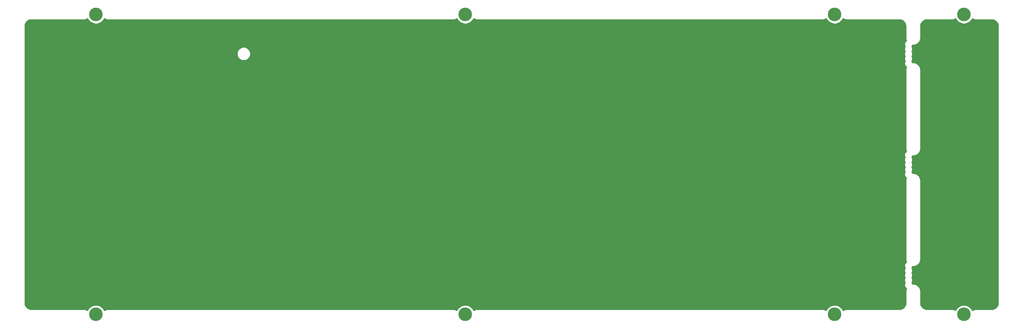
<source format=gbr>
G04 #@! TF.GenerationSoftware,KiCad,Pcbnew,(5.1.10-1-10_14)*
G04 #@! TF.CreationDate,2021-08-22T11:17:11-05:00*
G04 #@! TF.ProjectId,ori_bottom_plate,6f72695f-626f-4747-946f-6d5f706c6174,rev?*
G04 #@! TF.SameCoordinates,Original*
G04 #@! TF.FileFunction,Copper,L2,Bot*
G04 #@! TF.FilePolarity,Positive*
%FSLAX46Y46*%
G04 Gerber Fmt 4.6, Leading zero omitted, Abs format (unit mm)*
G04 Created by KiCad (PCBNEW (5.1.10-1-10_14)) date 2021-08-22 11:17:11*
%MOMM*%
%LPD*%
G01*
G04 APERTURE LIST*
G04 #@! TA.AperFunction,ComponentPad*
%ADD10C,3.500000*%
G04 #@! TD*
G04 #@! TA.AperFunction,ViaPad*
%ADD11C,0.500000*%
G04 #@! TD*
G04 #@! TA.AperFunction,Conductor*
%ADD12C,0.254000*%
G04 #@! TD*
G04 #@! TA.AperFunction,Conductor*
%ADD13C,0.100000*%
G04 #@! TD*
G04 APERTURE END LIST*
D10*
X356023442Y-117264265D03*
X356023442Y-39873575D03*
X260773394Y-117264265D03*
X260773394Y-39873575D03*
X165523314Y-117264265D03*
X165523314Y-39873575D03*
X389360818Y-39873640D03*
X389360818Y-117264200D03*
D11*
X373287865Y-49398485D03*
X385194165Y-59518840D03*
D12*
X358221827Y-40919636D02*
X358275414Y-40955238D01*
X358328523Y-40991603D01*
X358337243Y-40996318D01*
X358439829Y-41050863D01*
X358499292Y-41075371D01*
X358558469Y-41100735D01*
X358567939Y-41103666D01*
X358679165Y-41137247D01*
X358742259Y-41149740D01*
X358805232Y-41163125D01*
X358815091Y-41164161D01*
X358930721Y-41175499D01*
X358930723Y-41175499D01*
X358965137Y-41178888D01*
X372657826Y-41178760D01*
X373016501Y-41213928D01*
X373328121Y-41308012D01*
X373615528Y-41460828D01*
X373867775Y-41666557D01*
X374075264Y-41917367D01*
X374230084Y-42203701D01*
X374326340Y-42514654D01*
X374363810Y-42871153D01*
X374363811Y-45861472D01*
X374367314Y-45897040D01*
X374367314Y-45912503D01*
X374368351Y-45922362D01*
X374394253Y-46153284D01*
X374407625Y-46216196D01*
X374420131Y-46279355D01*
X374423063Y-46288824D01*
X374493325Y-46510317D01*
X374518666Y-46569441D01*
X374529513Y-46595759D01*
X374388676Y-46689863D01*
X374244513Y-46834026D01*
X374131245Y-47003544D01*
X374053224Y-47191902D01*
X374013450Y-47391861D01*
X374013450Y-47595739D01*
X374053224Y-47795698D01*
X374131245Y-47984056D01*
X374221278Y-48118800D01*
X374131245Y-48253544D01*
X374053224Y-48441902D01*
X374013450Y-48641861D01*
X374013450Y-48845739D01*
X374053224Y-49045698D01*
X374131245Y-49234056D01*
X374221278Y-49368800D01*
X374131245Y-49503544D01*
X374053224Y-49691902D01*
X374013450Y-49891861D01*
X374013450Y-50095739D01*
X374053224Y-50295698D01*
X374131245Y-50484056D01*
X374221278Y-50618800D01*
X374131245Y-50753544D01*
X374053224Y-50941902D01*
X374013450Y-51141861D01*
X374013450Y-51345739D01*
X374053224Y-51545698D01*
X374131245Y-51734056D01*
X374221278Y-51868800D01*
X374131245Y-52003544D01*
X374053224Y-52191902D01*
X374013450Y-52391861D01*
X374013450Y-52595739D01*
X374053224Y-52795698D01*
X374131245Y-52984056D01*
X374244513Y-53153574D01*
X374388676Y-53297737D01*
X374529415Y-53391775D01*
X374512234Y-53433458D01*
X374486883Y-53492607D01*
X374483952Y-53502077D01*
X374416789Y-53724530D01*
X374404300Y-53787605D01*
X374390909Y-53850602D01*
X374389873Y-53860461D01*
X374367198Y-54091722D01*
X374367198Y-54091729D01*
X374363810Y-54126129D01*
X374363811Y-74436592D01*
X374367314Y-74472160D01*
X374367314Y-74487623D01*
X374368351Y-74497482D01*
X374394253Y-74728404D01*
X374407625Y-74791316D01*
X374420131Y-74854475D01*
X374423063Y-74863944D01*
X374493325Y-75085437D01*
X374518666Y-75144561D01*
X374533605Y-75180805D01*
X374388676Y-75277643D01*
X374244513Y-75421806D01*
X374131245Y-75591324D01*
X374053224Y-75779682D01*
X374013450Y-75979641D01*
X374013450Y-76183519D01*
X374053224Y-76383478D01*
X374131245Y-76571836D01*
X374221278Y-76706580D01*
X374131245Y-76841324D01*
X374053224Y-77029682D01*
X374013450Y-77229641D01*
X374013450Y-77433519D01*
X374053224Y-77633478D01*
X374131245Y-77821836D01*
X374221278Y-77956580D01*
X374131245Y-78091324D01*
X374053224Y-78279682D01*
X374013450Y-78479641D01*
X374013450Y-78683519D01*
X374053224Y-78883478D01*
X374131245Y-79071836D01*
X374221278Y-79206580D01*
X374131245Y-79341324D01*
X374053224Y-79529682D01*
X374013450Y-79729641D01*
X374013450Y-79933519D01*
X374053224Y-80133478D01*
X374131245Y-80321836D01*
X374221278Y-80456580D01*
X374131245Y-80591324D01*
X374053224Y-80779682D01*
X374013450Y-80979641D01*
X374013450Y-81183519D01*
X374053224Y-81383478D01*
X374131245Y-81571836D01*
X374244513Y-81741354D01*
X374388676Y-81885517D01*
X374525324Y-81976822D01*
X374512234Y-82008578D01*
X374486883Y-82067727D01*
X374483952Y-82077197D01*
X374416789Y-82299650D01*
X374404300Y-82362725D01*
X374390909Y-82425722D01*
X374389873Y-82435581D01*
X374367198Y-82666842D01*
X374367198Y-82666849D01*
X374363810Y-82701249D01*
X374363811Y-103011712D01*
X374367314Y-103047280D01*
X374367314Y-103062743D01*
X374368351Y-103072602D01*
X374394253Y-103303524D01*
X374407625Y-103366436D01*
X374420131Y-103429595D01*
X374423063Y-103439064D01*
X374493325Y-103660557D01*
X374518666Y-103719681D01*
X374533605Y-103755925D01*
X374388676Y-103852763D01*
X374244513Y-103996926D01*
X374131245Y-104166444D01*
X374053224Y-104354802D01*
X374013450Y-104554761D01*
X374013450Y-104758639D01*
X374053224Y-104958598D01*
X374131245Y-105146956D01*
X374221278Y-105281700D01*
X374131245Y-105416444D01*
X374053224Y-105604802D01*
X374013450Y-105804761D01*
X374013450Y-106008639D01*
X374053224Y-106208598D01*
X374131245Y-106396956D01*
X374221278Y-106531700D01*
X374131245Y-106666444D01*
X374053224Y-106854802D01*
X374013450Y-107054761D01*
X374013450Y-107258639D01*
X374053224Y-107458598D01*
X374131245Y-107646956D01*
X374221278Y-107781700D01*
X374131245Y-107916444D01*
X374053224Y-108104802D01*
X374013450Y-108304761D01*
X374013450Y-108508639D01*
X374053224Y-108708598D01*
X374131245Y-108896956D01*
X374221278Y-109031700D01*
X374131245Y-109166444D01*
X374053224Y-109354802D01*
X374013450Y-109554761D01*
X374013450Y-109758639D01*
X374053224Y-109958598D01*
X374131245Y-110146956D01*
X374244513Y-110316474D01*
X374388676Y-110460637D01*
X374525324Y-110551942D01*
X374512234Y-110583698D01*
X374486883Y-110642847D01*
X374483952Y-110652317D01*
X374416789Y-110874770D01*
X374404300Y-110937845D01*
X374390909Y-111000842D01*
X374389873Y-111010701D01*
X374367198Y-111241962D01*
X374367198Y-111241969D01*
X374363810Y-111276369D01*
X374363811Y-114253089D01*
X374328642Y-114611772D01*
X374234558Y-114923390D01*
X374081740Y-115210799D01*
X373876013Y-115463045D01*
X373625203Y-115670534D01*
X373338869Y-115825354D01*
X373027916Y-115921610D01*
X372671412Y-115959080D01*
X358965137Y-115958952D01*
X358935061Y-115961914D01*
X358931505Y-115961889D01*
X358921639Y-115962856D01*
X358864300Y-115968882D01*
X358860830Y-115969224D01*
X358860714Y-115969259D01*
X358806091Y-115975000D01*
X358743061Y-115987938D01*
X358679839Y-115999998D01*
X358670359Y-116002861D01*
X358670354Y-116002862D01*
X358670352Y-116002863D01*
X358670349Y-116002864D01*
X358559360Y-116037221D01*
X358500079Y-116062140D01*
X358440376Y-116086262D01*
X358431623Y-116090916D01*
X358329421Y-116146176D01*
X358276078Y-116182157D01*
X358222223Y-116217398D01*
X358214541Y-116223663D01*
X358184284Y-116248694D01*
X358137002Y-116134544D01*
X357875992Y-115743916D01*
X357543791Y-115411715D01*
X357153163Y-115150705D01*
X356719121Y-114970919D01*
X356258344Y-114879265D01*
X355788540Y-114879265D01*
X355327763Y-114970919D01*
X354893721Y-115150705D01*
X354503093Y-115411715D01*
X354170892Y-115743916D01*
X353909882Y-116134544D01*
X353862560Y-116248790D01*
X353825057Y-116218204D01*
X353771504Y-116182624D01*
X353718362Y-116146237D01*
X353709641Y-116141522D01*
X353607056Y-116086977D01*
X353547579Y-116062463D01*
X353488415Y-116037105D01*
X353478945Y-116034174D01*
X353367719Y-116000593D01*
X353304626Y-115988101D01*
X353241653Y-115974715D01*
X353231794Y-115973679D01*
X353116444Y-115962369D01*
X353081754Y-115958952D01*
X263715082Y-115958952D01*
X263685009Y-115961914D01*
X263681457Y-115961889D01*
X263671591Y-115962856D01*
X263614210Y-115968887D01*
X263610775Y-115969225D01*
X263610660Y-115969260D01*
X263556043Y-115975000D01*
X263493013Y-115987938D01*
X263429791Y-115999998D01*
X263420311Y-116002861D01*
X263420306Y-116002862D01*
X263420304Y-116002863D01*
X263420301Y-116002864D01*
X263309312Y-116037221D01*
X263250031Y-116062140D01*
X263190328Y-116086262D01*
X263181575Y-116090916D01*
X263079373Y-116146176D01*
X263026030Y-116182157D01*
X262972175Y-116217398D01*
X262964493Y-116223663D01*
X262934236Y-116248694D01*
X262886954Y-116134544D01*
X262625944Y-115743916D01*
X262293743Y-115411715D01*
X261903115Y-115150705D01*
X261469073Y-114970919D01*
X261008296Y-114879265D01*
X260538492Y-114879265D01*
X260077715Y-114970919D01*
X259643673Y-115150705D01*
X259253045Y-115411715D01*
X258920844Y-115743916D01*
X258659834Y-116134544D01*
X258612512Y-116248790D01*
X258575009Y-116218204D01*
X258521456Y-116182624D01*
X258468314Y-116146237D01*
X258459593Y-116141522D01*
X258357008Y-116086977D01*
X258297531Y-116062463D01*
X258238367Y-116037105D01*
X258228897Y-116034174D01*
X258117671Y-116000593D01*
X258054578Y-115988101D01*
X257991605Y-115974715D01*
X257981746Y-115973679D01*
X257866396Y-115962369D01*
X257831706Y-115958952D01*
X168465002Y-115958952D01*
X168434929Y-115961914D01*
X168431377Y-115961889D01*
X168421511Y-115962856D01*
X168364130Y-115968887D01*
X168360695Y-115969225D01*
X168360580Y-115969260D01*
X168305963Y-115975000D01*
X168242933Y-115987938D01*
X168179711Y-115999998D01*
X168170231Y-116002861D01*
X168170226Y-116002862D01*
X168170224Y-116002863D01*
X168170221Y-116002864D01*
X168059232Y-116037221D01*
X167999951Y-116062140D01*
X167940248Y-116086262D01*
X167931495Y-116090916D01*
X167829293Y-116146176D01*
X167775950Y-116182157D01*
X167722095Y-116217398D01*
X167714413Y-116223663D01*
X167684156Y-116248694D01*
X167636874Y-116134544D01*
X167375864Y-115743916D01*
X167043663Y-115411715D01*
X166653035Y-115150705D01*
X166218993Y-114970919D01*
X165758216Y-114879265D01*
X165288412Y-114879265D01*
X164827635Y-114970919D01*
X164393593Y-115150705D01*
X164002965Y-115411715D01*
X163670764Y-115743916D01*
X163409754Y-116134544D01*
X163362432Y-116248790D01*
X163324929Y-116218204D01*
X163271376Y-116182624D01*
X163218234Y-116146237D01*
X163209513Y-116141522D01*
X163106928Y-116086977D01*
X163047451Y-116062463D01*
X162988287Y-116037105D01*
X162978817Y-116034174D01*
X162867591Y-116000593D01*
X162804498Y-115988101D01*
X162741525Y-115974715D01*
X162731666Y-115973679D01*
X162616035Y-115962341D01*
X162616033Y-115962341D01*
X162581619Y-115958952D01*
X148888834Y-115959080D01*
X148530158Y-115923912D01*
X148218540Y-115829828D01*
X147931131Y-115677010D01*
X147678885Y-115471283D01*
X147471396Y-115220473D01*
X147316576Y-114934139D01*
X147220320Y-114623186D01*
X147182850Y-114266687D01*
X147182850Y-49823061D01*
X201888474Y-49823061D01*
X201888474Y-50164827D01*
X201955149Y-50500025D01*
X202085937Y-50815775D01*
X202275811Y-51099942D01*
X202517476Y-51341607D01*
X202801643Y-51531481D01*
X203117393Y-51662269D01*
X203452591Y-51728944D01*
X203794357Y-51728944D01*
X204129555Y-51662269D01*
X204445305Y-51531481D01*
X204729472Y-51341607D01*
X204971137Y-51099942D01*
X205161011Y-50815775D01*
X205291799Y-50500025D01*
X205358474Y-50164827D01*
X205358474Y-49823061D01*
X205291799Y-49487863D01*
X205161011Y-49172113D01*
X204971137Y-48887946D01*
X204729472Y-48646281D01*
X204445305Y-48456407D01*
X204129555Y-48325619D01*
X203794357Y-48258944D01*
X203452591Y-48258944D01*
X203117393Y-48325619D01*
X202801643Y-48456407D01*
X202517476Y-48646281D01*
X202275811Y-48887946D01*
X202085937Y-49172113D01*
X201955149Y-49487863D01*
X201888474Y-49823061D01*
X147182850Y-49823061D01*
X147182850Y-42884741D01*
X147218018Y-42526069D01*
X147312102Y-42214449D01*
X147464918Y-41927042D01*
X147670647Y-41674795D01*
X147921457Y-41467306D01*
X148207791Y-41312486D01*
X148518744Y-41216230D01*
X148875248Y-41178760D01*
X162581619Y-41178888D01*
X162611695Y-41175926D01*
X162615251Y-41175951D01*
X162625117Y-41174984D01*
X162682448Y-41168959D01*
X162685926Y-41168616D01*
X162686042Y-41168581D01*
X162740664Y-41162840D01*
X162803687Y-41149904D01*
X162866917Y-41137842D01*
X162876397Y-41134979D01*
X162876402Y-41134978D01*
X162876406Y-41134976D01*
X162987396Y-41100619D01*
X163046677Y-41075700D01*
X163106380Y-41051578D01*
X163115133Y-41046924D01*
X163217335Y-40991663D01*
X163270652Y-40955701D01*
X163324533Y-40920442D01*
X163332215Y-40914177D01*
X163362472Y-40889146D01*
X163409754Y-41003296D01*
X163670764Y-41393924D01*
X164002965Y-41726125D01*
X164393593Y-41987135D01*
X164827635Y-42166921D01*
X165288412Y-42258575D01*
X165758216Y-42258575D01*
X166218993Y-42166921D01*
X166653035Y-41987135D01*
X167043663Y-41726125D01*
X167375864Y-41393924D01*
X167636874Y-41003296D01*
X167684196Y-40889050D01*
X167721699Y-40919636D01*
X167775286Y-40955238D01*
X167828395Y-40991603D01*
X167837115Y-40996318D01*
X167939701Y-41050863D01*
X167999164Y-41075371D01*
X168058341Y-41100735D01*
X168067811Y-41103666D01*
X168179037Y-41137247D01*
X168242131Y-41149740D01*
X168305104Y-41163125D01*
X168314963Y-41164161D01*
X168430311Y-41175471D01*
X168465002Y-41178888D01*
X257831706Y-41178888D01*
X257861779Y-41175926D01*
X257865331Y-41175951D01*
X257875197Y-41174984D01*
X257932570Y-41168954D01*
X257936013Y-41168615D01*
X257936128Y-41168580D01*
X257990744Y-41162840D01*
X258053767Y-41149904D01*
X258116997Y-41137842D01*
X258126477Y-41134979D01*
X258126482Y-41134978D01*
X258126486Y-41134976D01*
X258237476Y-41100619D01*
X258296757Y-41075700D01*
X258356460Y-41051578D01*
X258365213Y-41046924D01*
X258467415Y-40991663D01*
X258520732Y-40955701D01*
X258574613Y-40920442D01*
X258582295Y-40914177D01*
X258612552Y-40889146D01*
X258659834Y-41003296D01*
X258920844Y-41393924D01*
X259253045Y-41726125D01*
X259643673Y-41987135D01*
X260077715Y-42166921D01*
X260538492Y-42258575D01*
X261008296Y-42258575D01*
X261469073Y-42166921D01*
X261903115Y-41987135D01*
X262293743Y-41726125D01*
X262625944Y-41393924D01*
X262886954Y-41003296D01*
X262934276Y-40889050D01*
X262971779Y-40919636D01*
X263025366Y-40955238D01*
X263078475Y-40991603D01*
X263087195Y-40996318D01*
X263189781Y-41050863D01*
X263249244Y-41075371D01*
X263308421Y-41100735D01*
X263317891Y-41103666D01*
X263429117Y-41137247D01*
X263492211Y-41149740D01*
X263555184Y-41163125D01*
X263565043Y-41164161D01*
X263680391Y-41175471D01*
X263715082Y-41178888D01*
X353081754Y-41178888D01*
X353111827Y-41175926D01*
X353115379Y-41175951D01*
X353125245Y-41174984D01*
X353182618Y-41168954D01*
X353186061Y-41168615D01*
X353186176Y-41168580D01*
X353240792Y-41162840D01*
X353303815Y-41149904D01*
X353367045Y-41137842D01*
X353376525Y-41134979D01*
X353376530Y-41134978D01*
X353376534Y-41134976D01*
X353487524Y-41100619D01*
X353546805Y-41075700D01*
X353606508Y-41051578D01*
X353615261Y-41046924D01*
X353717463Y-40991663D01*
X353770780Y-40955701D01*
X353824661Y-40920442D01*
X353832343Y-40914177D01*
X353862600Y-40889146D01*
X353909882Y-41003296D01*
X354170892Y-41393924D01*
X354503093Y-41726125D01*
X354893721Y-41987135D01*
X355327763Y-42166921D01*
X355788540Y-42258575D01*
X356258344Y-42258575D01*
X356719121Y-42166921D01*
X357153163Y-41987135D01*
X357543791Y-41726125D01*
X357875992Y-41393924D01*
X358137002Y-41003296D01*
X358184324Y-40889050D01*
X358221827Y-40919636D01*
G04 #@! TA.AperFunction,Conductor*
D13*
G36*
X358221827Y-40919636D02*
G01*
X358275414Y-40955238D01*
X358328523Y-40991603D01*
X358337243Y-40996318D01*
X358439829Y-41050863D01*
X358499292Y-41075371D01*
X358558469Y-41100735D01*
X358567939Y-41103666D01*
X358679165Y-41137247D01*
X358742259Y-41149740D01*
X358805232Y-41163125D01*
X358815091Y-41164161D01*
X358930721Y-41175499D01*
X358930723Y-41175499D01*
X358965137Y-41178888D01*
X372657826Y-41178760D01*
X373016501Y-41213928D01*
X373328121Y-41308012D01*
X373615528Y-41460828D01*
X373867775Y-41666557D01*
X374075264Y-41917367D01*
X374230084Y-42203701D01*
X374326340Y-42514654D01*
X374363810Y-42871153D01*
X374363811Y-45861472D01*
X374367314Y-45897040D01*
X374367314Y-45912503D01*
X374368351Y-45922362D01*
X374394253Y-46153284D01*
X374407625Y-46216196D01*
X374420131Y-46279355D01*
X374423063Y-46288824D01*
X374493325Y-46510317D01*
X374518666Y-46569441D01*
X374529513Y-46595759D01*
X374388676Y-46689863D01*
X374244513Y-46834026D01*
X374131245Y-47003544D01*
X374053224Y-47191902D01*
X374013450Y-47391861D01*
X374013450Y-47595739D01*
X374053224Y-47795698D01*
X374131245Y-47984056D01*
X374221278Y-48118800D01*
X374131245Y-48253544D01*
X374053224Y-48441902D01*
X374013450Y-48641861D01*
X374013450Y-48845739D01*
X374053224Y-49045698D01*
X374131245Y-49234056D01*
X374221278Y-49368800D01*
X374131245Y-49503544D01*
X374053224Y-49691902D01*
X374013450Y-49891861D01*
X374013450Y-50095739D01*
X374053224Y-50295698D01*
X374131245Y-50484056D01*
X374221278Y-50618800D01*
X374131245Y-50753544D01*
X374053224Y-50941902D01*
X374013450Y-51141861D01*
X374013450Y-51345739D01*
X374053224Y-51545698D01*
X374131245Y-51734056D01*
X374221278Y-51868800D01*
X374131245Y-52003544D01*
X374053224Y-52191902D01*
X374013450Y-52391861D01*
X374013450Y-52595739D01*
X374053224Y-52795698D01*
X374131245Y-52984056D01*
X374244513Y-53153574D01*
X374388676Y-53297737D01*
X374529415Y-53391775D01*
X374512234Y-53433458D01*
X374486883Y-53492607D01*
X374483952Y-53502077D01*
X374416789Y-53724530D01*
X374404300Y-53787605D01*
X374390909Y-53850602D01*
X374389873Y-53860461D01*
X374367198Y-54091722D01*
X374367198Y-54091729D01*
X374363810Y-54126129D01*
X374363811Y-74436592D01*
X374367314Y-74472160D01*
X374367314Y-74487623D01*
X374368351Y-74497482D01*
X374394253Y-74728404D01*
X374407625Y-74791316D01*
X374420131Y-74854475D01*
X374423063Y-74863944D01*
X374493325Y-75085437D01*
X374518666Y-75144561D01*
X374533605Y-75180805D01*
X374388676Y-75277643D01*
X374244513Y-75421806D01*
X374131245Y-75591324D01*
X374053224Y-75779682D01*
X374013450Y-75979641D01*
X374013450Y-76183519D01*
X374053224Y-76383478D01*
X374131245Y-76571836D01*
X374221278Y-76706580D01*
X374131245Y-76841324D01*
X374053224Y-77029682D01*
X374013450Y-77229641D01*
X374013450Y-77433519D01*
X374053224Y-77633478D01*
X374131245Y-77821836D01*
X374221278Y-77956580D01*
X374131245Y-78091324D01*
X374053224Y-78279682D01*
X374013450Y-78479641D01*
X374013450Y-78683519D01*
X374053224Y-78883478D01*
X374131245Y-79071836D01*
X374221278Y-79206580D01*
X374131245Y-79341324D01*
X374053224Y-79529682D01*
X374013450Y-79729641D01*
X374013450Y-79933519D01*
X374053224Y-80133478D01*
X374131245Y-80321836D01*
X374221278Y-80456580D01*
X374131245Y-80591324D01*
X374053224Y-80779682D01*
X374013450Y-80979641D01*
X374013450Y-81183519D01*
X374053224Y-81383478D01*
X374131245Y-81571836D01*
X374244513Y-81741354D01*
X374388676Y-81885517D01*
X374525324Y-81976822D01*
X374512234Y-82008578D01*
X374486883Y-82067727D01*
X374483952Y-82077197D01*
X374416789Y-82299650D01*
X374404300Y-82362725D01*
X374390909Y-82425722D01*
X374389873Y-82435581D01*
X374367198Y-82666842D01*
X374367198Y-82666849D01*
X374363810Y-82701249D01*
X374363811Y-103011712D01*
X374367314Y-103047280D01*
X374367314Y-103062743D01*
X374368351Y-103072602D01*
X374394253Y-103303524D01*
X374407625Y-103366436D01*
X374420131Y-103429595D01*
X374423063Y-103439064D01*
X374493325Y-103660557D01*
X374518666Y-103719681D01*
X374533605Y-103755925D01*
X374388676Y-103852763D01*
X374244513Y-103996926D01*
X374131245Y-104166444D01*
X374053224Y-104354802D01*
X374013450Y-104554761D01*
X374013450Y-104758639D01*
X374053224Y-104958598D01*
X374131245Y-105146956D01*
X374221278Y-105281700D01*
X374131245Y-105416444D01*
X374053224Y-105604802D01*
X374013450Y-105804761D01*
X374013450Y-106008639D01*
X374053224Y-106208598D01*
X374131245Y-106396956D01*
X374221278Y-106531700D01*
X374131245Y-106666444D01*
X374053224Y-106854802D01*
X374013450Y-107054761D01*
X374013450Y-107258639D01*
X374053224Y-107458598D01*
X374131245Y-107646956D01*
X374221278Y-107781700D01*
X374131245Y-107916444D01*
X374053224Y-108104802D01*
X374013450Y-108304761D01*
X374013450Y-108508639D01*
X374053224Y-108708598D01*
X374131245Y-108896956D01*
X374221278Y-109031700D01*
X374131245Y-109166444D01*
X374053224Y-109354802D01*
X374013450Y-109554761D01*
X374013450Y-109758639D01*
X374053224Y-109958598D01*
X374131245Y-110146956D01*
X374244513Y-110316474D01*
X374388676Y-110460637D01*
X374525324Y-110551942D01*
X374512234Y-110583698D01*
X374486883Y-110642847D01*
X374483952Y-110652317D01*
X374416789Y-110874770D01*
X374404300Y-110937845D01*
X374390909Y-111000842D01*
X374389873Y-111010701D01*
X374367198Y-111241962D01*
X374367198Y-111241969D01*
X374363810Y-111276369D01*
X374363811Y-114253089D01*
X374328642Y-114611772D01*
X374234558Y-114923390D01*
X374081740Y-115210799D01*
X373876013Y-115463045D01*
X373625203Y-115670534D01*
X373338869Y-115825354D01*
X373027916Y-115921610D01*
X372671412Y-115959080D01*
X358965137Y-115958952D01*
X358935061Y-115961914D01*
X358931505Y-115961889D01*
X358921639Y-115962856D01*
X358864300Y-115968882D01*
X358860830Y-115969224D01*
X358860714Y-115969259D01*
X358806091Y-115975000D01*
X358743061Y-115987938D01*
X358679839Y-115999998D01*
X358670359Y-116002861D01*
X358670354Y-116002862D01*
X358670352Y-116002863D01*
X358670349Y-116002864D01*
X358559360Y-116037221D01*
X358500079Y-116062140D01*
X358440376Y-116086262D01*
X358431623Y-116090916D01*
X358329421Y-116146176D01*
X358276078Y-116182157D01*
X358222223Y-116217398D01*
X358214541Y-116223663D01*
X358184284Y-116248694D01*
X358137002Y-116134544D01*
X357875992Y-115743916D01*
X357543791Y-115411715D01*
X357153163Y-115150705D01*
X356719121Y-114970919D01*
X356258344Y-114879265D01*
X355788540Y-114879265D01*
X355327763Y-114970919D01*
X354893721Y-115150705D01*
X354503093Y-115411715D01*
X354170892Y-115743916D01*
X353909882Y-116134544D01*
X353862560Y-116248790D01*
X353825057Y-116218204D01*
X353771504Y-116182624D01*
X353718362Y-116146237D01*
X353709641Y-116141522D01*
X353607056Y-116086977D01*
X353547579Y-116062463D01*
X353488415Y-116037105D01*
X353478945Y-116034174D01*
X353367719Y-116000593D01*
X353304626Y-115988101D01*
X353241653Y-115974715D01*
X353231794Y-115973679D01*
X353116444Y-115962369D01*
X353081754Y-115958952D01*
X263715082Y-115958952D01*
X263685009Y-115961914D01*
X263681457Y-115961889D01*
X263671591Y-115962856D01*
X263614210Y-115968887D01*
X263610775Y-115969225D01*
X263610660Y-115969260D01*
X263556043Y-115975000D01*
X263493013Y-115987938D01*
X263429791Y-115999998D01*
X263420311Y-116002861D01*
X263420306Y-116002862D01*
X263420304Y-116002863D01*
X263420301Y-116002864D01*
X263309312Y-116037221D01*
X263250031Y-116062140D01*
X263190328Y-116086262D01*
X263181575Y-116090916D01*
X263079373Y-116146176D01*
X263026030Y-116182157D01*
X262972175Y-116217398D01*
X262964493Y-116223663D01*
X262934236Y-116248694D01*
X262886954Y-116134544D01*
X262625944Y-115743916D01*
X262293743Y-115411715D01*
X261903115Y-115150705D01*
X261469073Y-114970919D01*
X261008296Y-114879265D01*
X260538492Y-114879265D01*
X260077715Y-114970919D01*
X259643673Y-115150705D01*
X259253045Y-115411715D01*
X258920844Y-115743916D01*
X258659834Y-116134544D01*
X258612512Y-116248790D01*
X258575009Y-116218204D01*
X258521456Y-116182624D01*
X258468314Y-116146237D01*
X258459593Y-116141522D01*
X258357008Y-116086977D01*
X258297531Y-116062463D01*
X258238367Y-116037105D01*
X258228897Y-116034174D01*
X258117671Y-116000593D01*
X258054578Y-115988101D01*
X257991605Y-115974715D01*
X257981746Y-115973679D01*
X257866396Y-115962369D01*
X257831706Y-115958952D01*
X168465002Y-115958952D01*
X168434929Y-115961914D01*
X168431377Y-115961889D01*
X168421511Y-115962856D01*
X168364130Y-115968887D01*
X168360695Y-115969225D01*
X168360580Y-115969260D01*
X168305963Y-115975000D01*
X168242933Y-115987938D01*
X168179711Y-115999998D01*
X168170231Y-116002861D01*
X168170226Y-116002862D01*
X168170224Y-116002863D01*
X168170221Y-116002864D01*
X168059232Y-116037221D01*
X167999951Y-116062140D01*
X167940248Y-116086262D01*
X167931495Y-116090916D01*
X167829293Y-116146176D01*
X167775950Y-116182157D01*
X167722095Y-116217398D01*
X167714413Y-116223663D01*
X167684156Y-116248694D01*
X167636874Y-116134544D01*
X167375864Y-115743916D01*
X167043663Y-115411715D01*
X166653035Y-115150705D01*
X166218993Y-114970919D01*
X165758216Y-114879265D01*
X165288412Y-114879265D01*
X164827635Y-114970919D01*
X164393593Y-115150705D01*
X164002965Y-115411715D01*
X163670764Y-115743916D01*
X163409754Y-116134544D01*
X163362432Y-116248790D01*
X163324929Y-116218204D01*
X163271376Y-116182624D01*
X163218234Y-116146237D01*
X163209513Y-116141522D01*
X163106928Y-116086977D01*
X163047451Y-116062463D01*
X162988287Y-116037105D01*
X162978817Y-116034174D01*
X162867591Y-116000593D01*
X162804498Y-115988101D01*
X162741525Y-115974715D01*
X162731666Y-115973679D01*
X162616035Y-115962341D01*
X162616033Y-115962341D01*
X162581619Y-115958952D01*
X148888834Y-115959080D01*
X148530158Y-115923912D01*
X148218540Y-115829828D01*
X147931131Y-115677010D01*
X147678885Y-115471283D01*
X147471396Y-115220473D01*
X147316576Y-114934139D01*
X147220320Y-114623186D01*
X147182850Y-114266687D01*
X147182850Y-49823061D01*
X201888474Y-49823061D01*
X201888474Y-50164827D01*
X201955149Y-50500025D01*
X202085937Y-50815775D01*
X202275811Y-51099942D01*
X202517476Y-51341607D01*
X202801643Y-51531481D01*
X203117393Y-51662269D01*
X203452591Y-51728944D01*
X203794357Y-51728944D01*
X204129555Y-51662269D01*
X204445305Y-51531481D01*
X204729472Y-51341607D01*
X204971137Y-51099942D01*
X205161011Y-50815775D01*
X205291799Y-50500025D01*
X205358474Y-50164827D01*
X205358474Y-49823061D01*
X205291799Y-49487863D01*
X205161011Y-49172113D01*
X204971137Y-48887946D01*
X204729472Y-48646281D01*
X204445305Y-48456407D01*
X204129555Y-48325619D01*
X203794357Y-48258944D01*
X203452591Y-48258944D01*
X203117393Y-48325619D01*
X202801643Y-48456407D01*
X202517476Y-48646281D01*
X202275811Y-48887946D01*
X202085937Y-49172113D01*
X201955149Y-49487863D01*
X201888474Y-49823061D01*
X147182850Y-49823061D01*
X147182850Y-42884741D01*
X147218018Y-42526069D01*
X147312102Y-42214449D01*
X147464918Y-41927042D01*
X147670647Y-41674795D01*
X147921457Y-41467306D01*
X148207791Y-41312486D01*
X148518744Y-41216230D01*
X148875248Y-41178760D01*
X162581619Y-41178888D01*
X162611695Y-41175926D01*
X162615251Y-41175951D01*
X162625117Y-41174984D01*
X162682448Y-41168959D01*
X162685926Y-41168616D01*
X162686042Y-41168581D01*
X162740664Y-41162840D01*
X162803687Y-41149904D01*
X162866917Y-41137842D01*
X162876397Y-41134979D01*
X162876402Y-41134978D01*
X162876406Y-41134976D01*
X162987396Y-41100619D01*
X163046677Y-41075700D01*
X163106380Y-41051578D01*
X163115133Y-41046924D01*
X163217335Y-40991663D01*
X163270652Y-40955701D01*
X163324533Y-40920442D01*
X163332215Y-40914177D01*
X163362472Y-40889146D01*
X163409754Y-41003296D01*
X163670764Y-41393924D01*
X164002965Y-41726125D01*
X164393593Y-41987135D01*
X164827635Y-42166921D01*
X165288412Y-42258575D01*
X165758216Y-42258575D01*
X166218993Y-42166921D01*
X166653035Y-41987135D01*
X167043663Y-41726125D01*
X167375864Y-41393924D01*
X167636874Y-41003296D01*
X167684196Y-40889050D01*
X167721699Y-40919636D01*
X167775286Y-40955238D01*
X167828395Y-40991603D01*
X167837115Y-40996318D01*
X167939701Y-41050863D01*
X167999164Y-41075371D01*
X168058341Y-41100735D01*
X168067811Y-41103666D01*
X168179037Y-41137247D01*
X168242131Y-41149740D01*
X168305104Y-41163125D01*
X168314963Y-41164161D01*
X168430311Y-41175471D01*
X168465002Y-41178888D01*
X257831706Y-41178888D01*
X257861779Y-41175926D01*
X257865331Y-41175951D01*
X257875197Y-41174984D01*
X257932570Y-41168954D01*
X257936013Y-41168615D01*
X257936128Y-41168580D01*
X257990744Y-41162840D01*
X258053767Y-41149904D01*
X258116997Y-41137842D01*
X258126477Y-41134979D01*
X258126482Y-41134978D01*
X258126486Y-41134976D01*
X258237476Y-41100619D01*
X258296757Y-41075700D01*
X258356460Y-41051578D01*
X258365213Y-41046924D01*
X258467415Y-40991663D01*
X258520732Y-40955701D01*
X258574613Y-40920442D01*
X258582295Y-40914177D01*
X258612552Y-40889146D01*
X258659834Y-41003296D01*
X258920844Y-41393924D01*
X259253045Y-41726125D01*
X259643673Y-41987135D01*
X260077715Y-42166921D01*
X260538492Y-42258575D01*
X261008296Y-42258575D01*
X261469073Y-42166921D01*
X261903115Y-41987135D01*
X262293743Y-41726125D01*
X262625944Y-41393924D01*
X262886954Y-41003296D01*
X262934276Y-40889050D01*
X262971779Y-40919636D01*
X263025366Y-40955238D01*
X263078475Y-40991603D01*
X263087195Y-40996318D01*
X263189781Y-41050863D01*
X263249244Y-41075371D01*
X263308421Y-41100735D01*
X263317891Y-41103666D01*
X263429117Y-41137247D01*
X263492211Y-41149740D01*
X263555184Y-41163125D01*
X263565043Y-41164161D01*
X263680391Y-41175471D01*
X263715082Y-41178888D01*
X353081754Y-41178888D01*
X353111827Y-41175926D01*
X353115379Y-41175951D01*
X353125245Y-41174984D01*
X353182618Y-41168954D01*
X353186061Y-41168615D01*
X353186176Y-41168580D01*
X353240792Y-41162840D01*
X353303815Y-41149904D01*
X353367045Y-41137842D01*
X353376525Y-41134979D01*
X353376530Y-41134978D01*
X353376534Y-41134976D01*
X353487524Y-41100619D01*
X353546805Y-41075700D01*
X353606508Y-41051578D01*
X353615261Y-41046924D01*
X353717463Y-40991663D01*
X353770780Y-40955701D01*
X353824661Y-40920442D01*
X353832343Y-40914177D01*
X353862600Y-40889146D01*
X353909882Y-41003296D01*
X354170892Y-41393924D01*
X354503093Y-41726125D01*
X354893721Y-41987135D01*
X355327763Y-42166921D01*
X355788540Y-42258575D01*
X356258344Y-42258575D01*
X356719121Y-42166921D01*
X357153163Y-41987135D01*
X357543791Y-41726125D01*
X357875992Y-41393924D01*
X358137002Y-41003296D01*
X358184324Y-40889050D01*
X358221827Y-40919636D01*
G37*
G04 #@! TD.AperFunction*
D12*
X391559387Y-40919636D02*
X391612974Y-40955238D01*
X391666083Y-40991603D01*
X391674803Y-40996318D01*
X391777389Y-41050863D01*
X391836852Y-41075371D01*
X391896029Y-41100735D01*
X391905499Y-41103666D01*
X392016725Y-41137247D01*
X392079819Y-41149740D01*
X392142792Y-41163125D01*
X392152651Y-41164161D01*
X392268281Y-41175499D01*
X392268282Y-41175499D01*
X392302712Y-41178889D01*
X396470431Y-41178760D01*
X396829101Y-41213928D01*
X397140721Y-41308012D01*
X397428128Y-41460828D01*
X397680375Y-41666557D01*
X397887864Y-41917367D01*
X398042684Y-42203701D01*
X398138940Y-42514654D01*
X398176411Y-42871163D01*
X398176410Y-114253099D01*
X398141242Y-114611772D01*
X398047158Y-114923390D01*
X397894340Y-115210799D01*
X397688613Y-115463045D01*
X397437803Y-115670534D01*
X397151469Y-115825354D01*
X396840516Y-115921610D01*
X396484014Y-115959080D01*
X392302712Y-115958951D01*
X392272620Y-115961914D01*
X392269065Y-115961889D01*
X392259199Y-115962856D01*
X392202080Y-115968859D01*
X392198405Y-115969221D01*
X392198282Y-115969258D01*
X392143651Y-115975000D01*
X392080621Y-115987938D01*
X392017399Y-115999998D01*
X392007919Y-116002861D01*
X392007914Y-116002862D01*
X392007912Y-116002863D01*
X392007909Y-116002864D01*
X391896920Y-116037221D01*
X391837639Y-116062140D01*
X391777936Y-116086262D01*
X391769183Y-116090916D01*
X391666981Y-116146176D01*
X391613638Y-116182157D01*
X391559783Y-116217398D01*
X391552101Y-116223663D01*
X391521727Y-116248790D01*
X391474378Y-116134479D01*
X391213368Y-115743851D01*
X390881167Y-115411650D01*
X390490539Y-115150640D01*
X390056497Y-114970854D01*
X389595720Y-114879200D01*
X389125916Y-114879200D01*
X388665139Y-114970854D01*
X388231097Y-115150640D01*
X387840469Y-115411650D01*
X387508268Y-115743851D01*
X387247258Y-116134479D01*
X387199962Y-116248661D01*
X387162617Y-116218204D01*
X387109064Y-116182624D01*
X387055922Y-116146237D01*
X387047201Y-116141522D01*
X386944616Y-116086977D01*
X386885139Y-116062463D01*
X386825975Y-116037105D01*
X386816505Y-116034174D01*
X386705279Y-116000593D01*
X386642186Y-115988101D01*
X386579213Y-115974715D01*
X386569354Y-115973679D01*
X386453723Y-115962341D01*
X386453717Y-115962341D01*
X386419300Y-115958952D01*
X379871047Y-115959080D01*
X379512378Y-115923912D01*
X379200760Y-115829828D01*
X378913351Y-115677010D01*
X378661105Y-115471283D01*
X378453616Y-115220473D01*
X378298796Y-114934139D01*
X378202540Y-114623186D01*
X378165070Y-114266687D01*
X378165070Y-111276368D01*
X378161566Y-111240790D01*
X378161566Y-111225337D01*
X378160529Y-111215478D01*
X378134627Y-110984556D01*
X378121255Y-110921644D01*
X378108749Y-110858485D01*
X378105817Y-110849015D01*
X378035555Y-110627523D01*
X378010214Y-110568399D01*
X377985683Y-110508882D01*
X377980968Y-110500161D01*
X377869023Y-110296534D01*
X377832685Y-110243464D01*
X377797055Y-110189836D01*
X377790736Y-110182198D01*
X377641371Y-110004192D01*
X377595422Y-109959196D01*
X377550051Y-109913507D01*
X377542368Y-109907242D01*
X377361273Y-109761638D01*
X377307477Y-109726435D01*
X377254078Y-109690417D01*
X377245325Y-109685763D01*
X377039398Y-109578107D01*
X376979712Y-109553992D01*
X376920411Y-109529064D01*
X376910921Y-109526199D01*
X376688005Y-109460591D01*
X376624787Y-109448531D01*
X376561756Y-109435593D01*
X376551894Y-109434626D01*
X376551890Y-109434626D01*
X376320476Y-109413566D01*
X376256161Y-109414015D01*
X376191780Y-109413566D01*
X376181914Y-109414533D01*
X376058145Y-109427542D01*
X376043676Y-109354802D01*
X375965655Y-109166444D01*
X375875622Y-109031700D01*
X375965655Y-108896956D01*
X376043676Y-108708598D01*
X376083450Y-108508639D01*
X376083450Y-108304761D01*
X376043676Y-108104802D01*
X375965655Y-107916444D01*
X375875622Y-107781700D01*
X375965655Y-107646956D01*
X376043676Y-107458598D01*
X376083450Y-107258639D01*
X376083450Y-107054761D01*
X376043676Y-106854802D01*
X375965655Y-106666444D01*
X375875622Y-106531700D01*
X375965655Y-106396956D01*
X376043676Y-106208598D01*
X376083450Y-106008639D01*
X376083450Y-105804761D01*
X376043676Y-105604802D01*
X375965655Y-105416444D01*
X375875622Y-105281700D01*
X375965655Y-105146956D01*
X376043676Y-104958598D01*
X376063033Y-104861284D01*
X376208404Y-104874514D01*
X376272719Y-104874065D01*
X376337100Y-104874514D01*
X376346966Y-104873547D01*
X376578063Y-104849258D01*
X376641100Y-104836318D01*
X376704312Y-104824260D01*
X376713802Y-104821395D01*
X376935781Y-104752681D01*
X376995101Y-104727745D01*
X377054769Y-104703637D01*
X377063522Y-104698983D01*
X377267925Y-104588462D01*
X377321234Y-104552505D01*
X377375121Y-104517242D01*
X377382803Y-104510977D01*
X377561847Y-104362858D01*
X377607165Y-104317222D01*
X377653167Y-104272174D01*
X377659486Y-104264535D01*
X377806351Y-104084461D01*
X377841969Y-104030852D01*
X377878319Y-103977764D01*
X377883034Y-103969044D01*
X377992125Y-103763873D01*
X378016646Y-103704382D01*
X378041997Y-103645233D01*
X378044928Y-103635763D01*
X378112091Y-103413310D01*
X378124579Y-103350242D01*
X378137971Y-103287238D01*
X378139007Y-103277379D01*
X378161682Y-103046118D01*
X378161682Y-103046112D01*
X378165070Y-103011712D01*
X378165070Y-82701248D01*
X378161566Y-82665670D01*
X378161566Y-82650217D01*
X378160529Y-82640358D01*
X378134627Y-82409436D01*
X378121255Y-82346524D01*
X378108749Y-82283365D01*
X378105817Y-82273895D01*
X378035555Y-82052403D01*
X378010214Y-81993279D01*
X377985683Y-81933762D01*
X377980968Y-81925041D01*
X377869023Y-81721414D01*
X377832685Y-81668344D01*
X377797055Y-81614716D01*
X377790736Y-81607078D01*
X377641371Y-81429072D01*
X377595422Y-81384076D01*
X377550051Y-81338387D01*
X377542368Y-81332122D01*
X377361273Y-81186518D01*
X377307477Y-81151315D01*
X377254078Y-81115297D01*
X377245325Y-81110643D01*
X377039398Y-81002987D01*
X376979712Y-80978872D01*
X376920411Y-80953944D01*
X376910921Y-80951079D01*
X376688005Y-80885471D01*
X376624787Y-80873411D01*
X376561756Y-80860473D01*
X376551894Y-80859506D01*
X376551890Y-80859506D01*
X376320476Y-80838446D01*
X376256161Y-80838895D01*
X376191780Y-80838446D01*
X376181914Y-80839413D01*
X376058145Y-80852422D01*
X376043676Y-80779682D01*
X375965655Y-80591324D01*
X375875622Y-80456580D01*
X375965655Y-80321836D01*
X376043676Y-80133478D01*
X376083450Y-79933519D01*
X376083450Y-79729641D01*
X376043676Y-79529682D01*
X375965655Y-79341324D01*
X375875622Y-79206580D01*
X375965655Y-79071836D01*
X376043676Y-78883478D01*
X376083450Y-78683519D01*
X376083450Y-78479641D01*
X376043676Y-78279682D01*
X375965655Y-78091324D01*
X375875622Y-77956580D01*
X375965655Y-77821836D01*
X376043676Y-77633478D01*
X376083450Y-77433519D01*
X376083450Y-77229641D01*
X376043676Y-77029682D01*
X375965655Y-76841324D01*
X375875622Y-76706580D01*
X375965655Y-76571836D01*
X376043676Y-76383478D01*
X376063033Y-76286164D01*
X376208404Y-76299394D01*
X376272719Y-76298945D01*
X376337100Y-76299394D01*
X376346966Y-76298427D01*
X376578063Y-76274138D01*
X376641100Y-76261198D01*
X376704312Y-76249140D01*
X376713802Y-76246275D01*
X376935781Y-76177561D01*
X376995101Y-76152625D01*
X377054769Y-76128517D01*
X377063522Y-76123863D01*
X377267925Y-76013342D01*
X377321234Y-75977385D01*
X377375121Y-75942122D01*
X377382803Y-75935857D01*
X377561847Y-75787738D01*
X377607165Y-75742102D01*
X377653167Y-75697054D01*
X377659486Y-75689415D01*
X377806351Y-75509341D01*
X377841969Y-75455732D01*
X377878319Y-75402644D01*
X377883034Y-75393924D01*
X377992125Y-75188753D01*
X378016646Y-75129262D01*
X378041997Y-75070113D01*
X378044928Y-75060643D01*
X378112091Y-74838190D01*
X378124579Y-74775122D01*
X378137971Y-74712118D01*
X378139007Y-74702259D01*
X378161682Y-74470998D01*
X378161682Y-74470992D01*
X378165070Y-74436592D01*
X378165070Y-54126128D01*
X378161566Y-54090550D01*
X378161566Y-54075097D01*
X378160529Y-54065238D01*
X378134627Y-53834316D01*
X378121255Y-53771404D01*
X378108749Y-53708245D01*
X378105817Y-53698775D01*
X378035555Y-53477283D01*
X378010214Y-53418159D01*
X377985683Y-53358642D01*
X377980968Y-53349921D01*
X377869023Y-53146294D01*
X377832685Y-53093224D01*
X377797055Y-53039596D01*
X377790736Y-53031958D01*
X377641371Y-52853952D01*
X377595422Y-52808956D01*
X377550051Y-52763267D01*
X377542368Y-52757002D01*
X377361273Y-52611398D01*
X377307477Y-52576195D01*
X377254078Y-52540177D01*
X377245325Y-52535523D01*
X377039398Y-52427867D01*
X376979712Y-52403752D01*
X376920411Y-52378824D01*
X376910921Y-52375959D01*
X376688005Y-52310351D01*
X376624787Y-52298291D01*
X376561756Y-52285353D01*
X376551894Y-52284386D01*
X376551890Y-52284386D01*
X376320476Y-52263326D01*
X376256161Y-52263775D01*
X376191780Y-52263326D01*
X376181914Y-52264293D01*
X376060611Y-52277042D01*
X376043676Y-52191902D01*
X375965655Y-52003544D01*
X375875622Y-51868800D01*
X375965655Y-51734056D01*
X376043676Y-51545698D01*
X376083450Y-51345739D01*
X376083450Y-51141861D01*
X376043676Y-50941902D01*
X375965655Y-50753544D01*
X375875622Y-50618800D01*
X375965655Y-50484056D01*
X376043676Y-50295698D01*
X376083450Y-50095739D01*
X376083450Y-49891861D01*
X376043676Y-49691902D01*
X375965655Y-49503544D01*
X375875622Y-49368800D01*
X375965655Y-49234056D01*
X376043676Y-49045698D01*
X376083450Y-48845739D01*
X376083450Y-48641861D01*
X376043676Y-48441902D01*
X375965655Y-48253544D01*
X375875622Y-48118800D01*
X375965655Y-47984056D01*
X376043676Y-47795698D01*
X376060559Y-47710819D01*
X376208404Y-47724274D01*
X376272719Y-47723825D01*
X376337100Y-47724274D01*
X376346966Y-47723307D01*
X376578063Y-47699018D01*
X376641100Y-47686078D01*
X376704312Y-47674020D01*
X376713802Y-47671155D01*
X376935781Y-47602441D01*
X376995101Y-47577505D01*
X377054769Y-47553397D01*
X377063522Y-47548743D01*
X377267925Y-47438222D01*
X377321234Y-47402265D01*
X377375121Y-47367002D01*
X377382803Y-47360737D01*
X377561847Y-47212618D01*
X377607165Y-47166982D01*
X377653167Y-47121934D01*
X377659486Y-47114295D01*
X377806351Y-46934221D01*
X377841969Y-46880612D01*
X377878319Y-46827524D01*
X377883034Y-46818804D01*
X377992125Y-46613633D01*
X378016646Y-46554142D01*
X378041997Y-46494993D01*
X378044928Y-46485523D01*
X378112091Y-46263070D01*
X378124579Y-46200002D01*
X378137971Y-46136998D01*
X378139007Y-46127139D01*
X378161682Y-45895878D01*
X378161682Y-45895872D01*
X378165070Y-45861472D01*
X378165070Y-42884741D01*
X378200238Y-42526069D01*
X378294322Y-42214449D01*
X378447138Y-41927042D01*
X378652867Y-41674795D01*
X378903677Y-41467306D01*
X379190011Y-41312486D01*
X379500964Y-41216230D01*
X379857462Y-41178760D01*
X386419300Y-41178888D01*
X386449379Y-41175926D01*
X386452939Y-41175951D01*
X386462805Y-41174984D01*
X386520094Y-41168963D01*
X386523607Y-41168617D01*
X386523725Y-41168581D01*
X386578352Y-41162840D01*
X386641375Y-41149904D01*
X386704605Y-41137842D01*
X386714085Y-41134979D01*
X386714090Y-41134978D01*
X386714094Y-41134976D01*
X386825084Y-41100619D01*
X386884365Y-41075700D01*
X386944068Y-41051578D01*
X386952821Y-41046924D01*
X387055023Y-40991663D01*
X387108340Y-40955701D01*
X387162221Y-40920442D01*
X387169903Y-40914177D01*
X387200003Y-40889276D01*
X387247258Y-41003361D01*
X387508268Y-41393989D01*
X387840469Y-41726190D01*
X388231097Y-41987200D01*
X388665139Y-42166986D01*
X389125916Y-42258640D01*
X389595720Y-42258640D01*
X390056497Y-42166986D01*
X390490539Y-41987200D01*
X390881167Y-41726190D01*
X391213368Y-41393989D01*
X391474378Y-41003361D01*
X391521767Y-40888954D01*
X391559387Y-40919636D01*
G04 #@! TA.AperFunction,Conductor*
D13*
G36*
X391559387Y-40919636D02*
G01*
X391612974Y-40955238D01*
X391666083Y-40991603D01*
X391674803Y-40996318D01*
X391777389Y-41050863D01*
X391836852Y-41075371D01*
X391896029Y-41100735D01*
X391905499Y-41103666D01*
X392016725Y-41137247D01*
X392079819Y-41149740D01*
X392142792Y-41163125D01*
X392152651Y-41164161D01*
X392268281Y-41175499D01*
X392268282Y-41175499D01*
X392302712Y-41178889D01*
X396470431Y-41178760D01*
X396829101Y-41213928D01*
X397140721Y-41308012D01*
X397428128Y-41460828D01*
X397680375Y-41666557D01*
X397887864Y-41917367D01*
X398042684Y-42203701D01*
X398138940Y-42514654D01*
X398176411Y-42871163D01*
X398176410Y-114253099D01*
X398141242Y-114611772D01*
X398047158Y-114923390D01*
X397894340Y-115210799D01*
X397688613Y-115463045D01*
X397437803Y-115670534D01*
X397151469Y-115825354D01*
X396840516Y-115921610D01*
X396484014Y-115959080D01*
X392302712Y-115958951D01*
X392272620Y-115961914D01*
X392269065Y-115961889D01*
X392259199Y-115962856D01*
X392202080Y-115968859D01*
X392198405Y-115969221D01*
X392198282Y-115969258D01*
X392143651Y-115975000D01*
X392080621Y-115987938D01*
X392017399Y-115999998D01*
X392007919Y-116002861D01*
X392007914Y-116002862D01*
X392007912Y-116002863D01*
X392007909Y-116002864D01*
X391896920Y-116037221D01*
X391837639Y-116062140D01*
X391777936Y-116086262D01*
X391769183Y-116090916D01*
X391666981Y-116146176D01*
X391613638Y-116182157D01*
X391559783Y-116217398D01*
X391552101Y-116223663D01*
X391521727Y-116248790D01*
X391474378Y-116134479D01*
X391213368Y-115743851D01*
X390881167Y-115411650D01*
X390490539Y-115150640D01*
X390056497Y-114970854D01*
X389595720Y-114879200D01*
X389125916Y-114879200D01*
X388665139Y-114970854D01*
X388231097Y-115150640D01*
X387840469Y-115411650D01*
X387508268Y-115743851D01*
X387247258Y-116134479D01*
X387199962Y-116248661D01*
X387162617Y-116218204D01*
X387109064Y-116182624D01*
X387055922Y-116146237D01*
X387047201Y-116141522D01*
X386944616Y-116086977D01*
X386885139Y-116062463D01*
X386825975Y-116037105D01*
X386816505Y-116034174D01*
X386705279Y-116000593D01*
X386642186Y-115988101D01*
X386579213Y-115974715D01*
X386569354Y-115973679D01*
X386453723Y-115962341D01*
X386453717Y-115962341D01*
X386419300Y-115958952D01*
X379871047Y-115959080D01*
X379512378Y-115923912D01*
X379200760Y-115829828D01*
X378913351Y-115677010D01*
X378661105Y-115471283D01*
X378453616Y-115220473D01*
X378298796Y-114934139D01*
X378202540Y-114623186D01*
X378165070Y-114266687D01*
X378165070Y-111276368D01*
X378161566Y-111240790D01*
X378161566Y-111225337D01*
X378160529Y-111215478D01*
X378134627Y-110984556D01*
X378121255Y-110921644D01*
X378108749Y-110858485D01*
X378105817Y-110849015D01*
X378035555Y-110627523D01*
X378010214Y-110568399D01*
X377985683Y-110508882D01*
X377980968Y-110500161D01*
X377869023Y-110296534D01*
X377832685Y-110243464D01*
X377797055Y-110189836D01*
X377790736Y-110182198D01*
X377641371Y-110004192D01*
X377595422Y-109959196D01*
X377550051Y-109913507D01*
X377542368Y-109907242D01*
X377361273Y-109761638D01*
X377307477Y-109726435D01*
X377254078Y-109690417D01*
X377245325Y-109685763D01*
X377039398Y-109578107D01*
X376979712Y-109553992D01*
X376920411Y-109529064D01*
X376910921Y-109526199D01*
X376688005Y-109460591D01*
X376624787Y-109448531D01*
X376561756Y-109435593D01*
X376551894Y-109434626D01*
X376551890Y-109434626D01*
X376320476Y-109413566D01*
X376256161Y-109414015D01*
X376191780Y-109413566D01*
X376181914Y-109414533D01*
X376058145Y-109427542D01*
X376043676Y-109354802D01*
X375965655Y-109166444D01*
X375875622Y-109031700D01*
X375965655Y-108896956D01*
X376043676Y-108708598D01*
X376083450Y-108508639D01*
X376083450Y-108304761D01*
X376043676Y-108104802D01*
X375965655Y-107916444D01*
X375875622Y-107781700D01*
X375965655Y-107646956D01*
X376043676Y-107458598D01*
X376083450Y-107258639D01*
X376083450Y-107054761D01*
X376043676Y-106854802D01*
X375965655Y-106666444D01*
X375875622Y-106531700D01*
X375965655Y-106396956D01*
X376043676Y-106208598D01*
X376083450Y-106008639D01*
X376083450Y-105804761D01*
X376043676Y-105604802D01*
X375965655Y-105416444D01*
X375875622Y-105281700D01*
X375965655Y-105146956D01*
X376043676Y-104958598D01*
X376063033Y-104861284D01*
X376208404Y-104874514D01*
X376272719Y-104874065D01*
X376337100Y-104874514D01*
X376346966Y-104873547D01*
X376578063Y-104849258D01*
X376641100Y-104836318D01*
X376704312Y-104824260D01*
X376713802Y-104821395D01*
X376935781Y-104752681D01*
X376995101Y-104727745D01*
X377054769Y-104703637D01*
X377063522Y-104698983D01*
X377267925Y-104588462D01*
X377321234Y-104552505D01*
X377375121Y-104517242D01*
X377382803Y-104510977D01*
X377561847Y-104362858D01*
X377607165Y-104317222D01*
X377653167Y-104272174D01*
X377659486Y-104264535D01*
X377806351Y-104084461D01*
X377841969Y-104030852D01*
X377878319Y-103977764D01*
X377883034Y-103969044D01*
X377992125Y-103763873D01*
X378016646Y-103704382D01*
X378041997Y-103645233D01*
X378044928Y-103635763D01*
X378112091Y-103413310D01*
X378124579Y-103350242D01*
X378137971Y-103287238D01*
X378139007Y-103277379D01*
X378161682Y-103046118D01*
X378161682Y-103046112D01*
X378165070Y-103011712D01*
X378165070Y-82701248D01*
X378161566Y-82665670D01*
X378161566Y-82650217D01*
X378160529Y-82640358D01*
X378134627Y-82409436D01*
X378121255Y-82346524D01*
X378108749Y-82283365D01*
X378105817Y-82273895D01*
X378035555Y-82052403D01*
X378010214Y-81993279D01*
X377985683Y-81933762D01*
X377980968Y-81925041D01*
X377869023Y-81721414D01*
X377832685Y-81668344D01*
X377797055Y-81614716D01*
X377790736Y-81607078D01*
X377641371Y-81429072D01*
X377595422Y-81384076D01*
X377550051Y-81338387D01*
X377542368Y-81332122D01*
X377361273Y-81186518D01*
X377307477Y-81151315D01*
X377254078Y-81115297D01*
X377245325Y-81110643D01*
X377039398Y-81002987D01*
X376979712Y-80978872D01*
X376920411Y-80953944D01*
X376910921Y-80951079D01*
X376688005Y-80885471D01*
X376624787Y-80873411D01*
X376561756Y-80860473D01*
X376551894Y-80859506D01*
X376551890Y-80859506D01*
X376320476Y-80838446D01*
X376256161Y-80838895D01*
X376191780Y-80838446D01*
X376181914Y-80839413D01*
X376058145Y-80852422D01*
X376043676Y-80779682D01*
X375965655Y-80591324D01*
X375875622Y-80456580D01*
X375965655Y-80321836D01*
X376043676Y-80133478D01*
X376083450Y-79933519D01*
X376083450Y-79729641D01*
X376043676Y-79529682D01*
X375965655Y-79341324D01*
X375875622Y-79206580D01*
X375965655Y-79071836D01*
X376043676Y-78883478D01*
X376083450Y-78683519D01*
X376083450Y-78479641D01*
X376043676Y-78279682D01*
X375965655Y-78091324D01*
X375875622Y-77956580D01*
X375965655Y-77821836D01*
X376043676Y-77633478D01*
X376083450Y-77433519D01*
X376083450Y-77229641D01*
X376043676Y-77029682D01*
X375965655Y-76841324D01*
X375875622Y-76706580D01*
X375965655Y-76571836D01*
X376043676Y-76383478D01*
X376063033Y-76286164D01*
X376208404Y-76299394D01*
X376272719Y-76298945D01*
X376337100Y-76299394D01*
X376346966Y-76298427D01*
X376578063Y-76274138D01*
X376641100Y-76261198D01*
X376704312Y-76249140D01*
X376713802Y-76246275D01*
X376935781Y-76177561D01*
X376995101Y-76152625D01*
X377054769Y-76128517D01*
X377063522Y-76123863D01*
X377267925Y-76013342D01*
X377321234Y-75977385D01*
X377375121Y-75942122D01*
X377382803Y-75935857D01*
X377561847Y-75787738D01*
X377607165Y-75742102D01*
X377653167Y-75697054D01*
X377659486Y-75689415D01*
X377806351Y-75509341D01*
X377841969Y-75455732D01*
X377878319Y-75402644D01*
X377883034Y-75393924D01*
X377992125Y-75188753D01*
X378016646Y-75129262D01*
X378041997Y-75070113D01*
X378044928Y-75060643D01*
X378112091Y-74838190D01*
X378124579Y-74775122D01*
X378137971Y-74712118D01*
X378139007Y-74702259D01*
X378161682Y-74470998D01*
X378161682Y-74470992D01*
X378165070Y-74436592D01*
X378165070Y-54126128D01*
X378161566Y-54090550D01*
X378161566Y-54075097D01*
X378160529Y-54065238D01*
X378134627Y-53834316D01*
X378121255Y-53771404D01*
X378108749Y-53708245D01*
X378105817Y-53698775D01*
X378035555Y-53477283D01*
X378010214Y-53418159D01*
X377985683Y-53358642D01*
X377980968Y-53349921D01*
X377869023Y-53146294D01*
X377832685Y-53093224D01*
X377797055Y-53039596D01*
X377790736Y-53031958D01*
X377641371Y-52853952D01*
X377595422Y-52808956D01*
X377550051Y-52763267D01*
X377542368Y-52757002D01*
X377361273Y-52611398D01*
X377307477Y-52576195D01*
X377254078Y-52540177D01*
X377245325Y-52535523D01*
X377039398Y-52427867D01*
X376979712Y-52403752D01*
X376920411Y-52378824D01*
X376910921Y-52375959D01*
X376688005Y-52310351D01*
X376624787Y-52298291D01*
X376561756Y-52285353D01*
X376551894Y-52284386D01*
X376551890Y-52284386D01*
X376320476Y-52263326D01*
X376256161Y-52263775D01*
X376191780Y-52263326D01*
X376181914Y-52264293D01*
X376060611Y-52277042D01*
X376043676Y-52191902D01*
X375965655Y-52003544D01*
X375875622Y-51868800D01*
X375965655Y-51734056D01*
X376043676Y-51545698D01*
X376083450Y-51345739D01*
X376083450Y-51141861D01*
X376043676Y-50941902D01*
X375965655Y-50753544D01*
X375875622Y-50618800D01*
X375965655Y-50484056D01*
X376043676Y-50295698D01*
X376083450Y-50095739D01*
X376083450Y-49891861D01*
X376043676Y-49691902D01*
X375965655Y-49503544D01*
X375875622Y-49368800D01*
X375965655Y-49234056D01*
X376043676Y-49045698D01*
X376083450Y-48845739D01*
X376083450Y-48641861D01*
X376043676Y-48441902D01*
X375965655Y-48253544D01*
X375875622Y-48118800D01*
X375965655Y-47984056D01*
X376043676Y-47795698D01*
X376060559Y-47710819D01*
X376208404Y-47724274D01*
X376272719Y-47723825D01*
X376337100Y-47724274D01*
X376346966Y-47723307D01*
X376578063Y-47699018D01*
X376641100Y-47686078D01*
X376704312Y-47674020D01*
X376713802Y-47671155D01*
X376935781Y-47602441D01*
X376995101Y-47577505D01*
X377054769Y-47553397D01*
X377063522Y-47548743D01*
X377267925Y-47438222D01*
X377321234Y-47402265D01*
X377375121Y-47367002D01*
X377382803Y-47360737D01*
X377561847Y-47212618D01*
X377607165Y-47166982D01*
X377653167Y-47121934D01*
X377659486Y-47114295D01*
X377806351Y-46934221D01*
X377841969Y-46880612D01*
X377878319Y-46827524D01*
X377883034Y-46818804D01*
X377992125Y-46613633D01*
X378016646Y-46554142D01*
X378041997Y-46494993D01*
X378044928Y-46485523D01*
X378112091Y-46263070D01*
X378124579Y-46200002D01*
X378137971Y-46136998D01*
X378139007Y-46127139D01*
X378161682Y-45895878D01*
X378161682Y-45895872D01*
X378165070Y-45861472D01*
X378165070Y-42884741D01*
X378200238Y-42526069D01*
X378294322Y-42214449D01*
X378447138Y-41927042D01*
X378652867Y-41674795D01*
X378903677Y-41467306D01*
X379190011Y-41312486D01*
X379500964Y-41216230D01*
X379857462Y-41178760D01*
X386419300Y-41178888D01*
X386449379Y-41175926D01*
X386452939Y-41175951D01*
X386462805Y-41174984D01*
X386520094Y-41168963D01*
X386523607Y-41168617D01*
X386523725Y-41168581D01*
X386578352Y-41162840D01*
X386641375Y-41149904D01*
X386704605Y-41137842D01*
X386714085Y-41134979D01*
X386714090Y-41134978D01*
X386714094Y-41134976D01*
X386825084Y-41100619D01*
X386884365Y-41075700D01*
X386944068Y-41051578D01*
X386952821Y-41046924D01*
X387055023Y-40991663D01*
X387108340Y-40955701D01*
X387162221Y-40920442D01*
X387169903Y-40914177D01*
X387200003Y-40889276D01*
X387247258Y-41003361D01*
X387508268Y-41393989D01*
X387840469Y-41726190D01*
X388231097Y-41987200D01*
X388665139Y-42166986D01*
X389125916Y-42258640D01*
X389595720Y-42258640D01*
X390056497Y-42166986D01*
X390490539Y-41987200D01*
X390881167Y-41726190D01*
X391213368Y-41393989D01*
X391474378Y-41003361D01*
X391521767Y-40888954D01*
X391559387Y-40919636D01*
G37*
G04 #@! TD.AperFunction*
M02*

</source>
